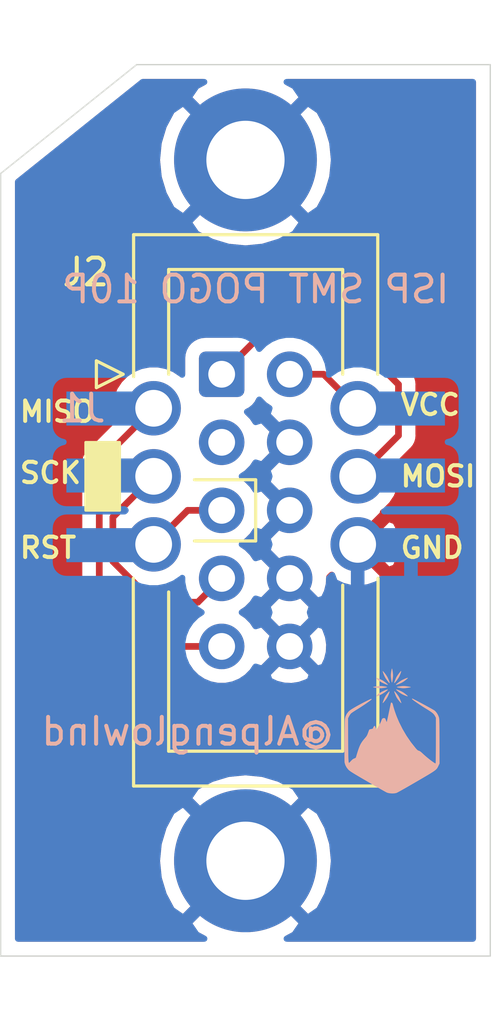
<source format=kicad_pcb>
(kicad_pcb (version 20211014) (generator pcbnew)
  (layers (0 "F.Cu" signal) (31 "B.Cu" signal) (34 "B.Paste" user) (35 "F.Paste" user) (36 "B.SilkS" user "B.Silkscreen") (37 "F.SilkS" user "F.Silkscreen") (38 "B.Mask" user) (39 "F.Mask" user) (44 "Edge.Cuts" user))
  (net 0 "")
  (net 1 "/GND")
  (net 2 "/MOSI")
  (net 3 "/RST")
  (net 4 "/SCK")
  (net 5 "/MISO")
  (net 6 "/VCC")
  (net 7 "Net-(J2-Pad3)")
  (footprint "Alpenglow:CONN-ISP-Pogo" (layer "F.Cu") (at 137.16 81.915)
    (fp_text reference "J1" (at -6.477 -3.81) (layer "B.SilkS") (effects (justify mirror)))
    (fp_text value "AVR-ISP-6")
    (pad "1" smd rect locked (at -5.8 -3.8) (size 2.54 1.27) (layers "B.Cu" "B.Paste" "B.Mask") (net 5 "/MISO"))
    (pad "1" thru_hole circle locked (at -3.81 -3.81) (size 2.032 2.032) (drill 1.3716) (layers *.Cu *.Mask) (net 5 "/MISO"))
    (pad "2" thru_hole circle locked (at 3.81 -3.81) (size 2.032 2.032) (drill 1.3716) (layers *.Cu *.Mask) (net 6 "/VCC"))
    (pad "2" smd rect locked (at 5.8 -3.8) (size 2.54 1.27) (layers "B.Cu" "B.Paste" "B.Mask") (net 6 "/VCC"))
    (pad "3" smd rect locked (at -5.8 -1.3) (size 2.54 1.27) (layers "B.Cu" "B.Paste" "B.Mask") (net 4 "/SCK"))
    (pad "3" thru_hole circle locked (at -3.81 -1.27) (size 2.032 2.032) (drill 1.3716) (layers *.Cu *.Mask) (net 4 "/SCK"))
    (pad "4" thru_hole circle locked (at 3.81 -1.27) (size 2.032 2.032) (drill 1.3716) (layers *.Cu *.Mask) (net 2 "/MOSI"))
    (pad "4" smd rect locked (at 5.8 -1.3) (size 2.54 1.27) (layers "B.Cu" "B.Paste" "B.Mask") (net 2 "/MOSI"))
    (pad "5" smd rect locked (at -5.8 1.3) (size 2.54 1.27) (layers "B.Cu" "B.Paste" "B.Mask") (net 3 "/RST"))
    (pad "5" thru_hole circle locked (at -3.81 1.27) (size 2.032 2.032) (drill 1.3716) (layers *.Cu *.Mask) (net 3 "/RST"))
    (pad "6" thru_hole circle locked (at 3.81 1.27) (size 2.032 2.032) (drill 1.3716) (layers *.Cu *.Mask) (net 1 "/GND"))
    (pad "6" smd rect locked (at 5.8 1.3) (size 2.54 1.27) (layers "B.Cu" "B.Paste" "B.Mask") (net 1 "/GND"))
  )
  (footprint "Connector_IDC:IDC-Header_2x05_P2.54mm_Vertical" (layer "F.Cu") (at 135.89 76.835)
    (fp_text reference "J2" (at -5.08 -3.81) (layer "F.SilkS"))
    (fp_text value "AVR-ISP-10")
    (fp_line (start -3.29 15.37) (end -3.302 7.62) (layer "F.SilkS") (width 0.12))
    (fp_line (start -3.29 -5.21) (end -3.2893 0.0889) (layer "F.SilkS") (width 0.12))
    (fp_line (start 5.83 15.37) (end -3.29 15.37) (layer "F.SilkS") (width 0.12))
    (fp_line (start -3.68 0) (end -4.68 -0.5) (layer "F.SilkS") (width 0.12))
    (fp_line (start 5.83 15.37) (end 5.842 7.62) (layer "F.SilkS") (width 0.12))
    (fp_line (start 1.27 6.223) (end -1.016 6.223) (layer "F.SilkS") (width 0.12))
    (fp_line (start 4.52 -3.91) (end 4.52 0) (layer "F.SilkS") (width 0.12))
    (fp_line (start -4.68 -0.5) (end -4.68 0.5) (layer "F.SilkS") (width 0.12))
    (fp_line (start 1.27 3.937) (end 1.27 6.223) (layer "F.SilkS") (width 0.12))
    (fp_line (start -4.68 0.5) (end -3.68 0) (layer "F.SilkS") (width 0.12))
    (fp_line (start -1.016 3.937) (end 1.27 3.937) (layer "F.SilkS") (width 0.12))
    (fp_line (start 4.52 14.07) (end -1.98 14.07) (layer "F.SilkS") (width 0.12))
    (fp_line (start -1.98 0) (end -1.98 -3.91) (layer "F.SilkS") (width 0.12))
    (fp_line (start -3.29 -5.21) (end 5.83 -5.21) (layer "F.SilkS") (width 0.12))
    (fp_line (start -1.98 14.07) (end -1.98 8.128) (layer "F.SilkS") (width 0.12))
    (fp_line (start 5.83 -5.21) (end 5.83 0) (layer "F.SilkS") (width 0.12))
    (fp_line (start -1.98 -3.91) (end 4.52 -3.91) (layer "F.SilkS") (width 0.12))
    (fp_line (start 4.52 14.07) (end 4.5212 7.874) (layer "F.SilkS") (width 0.12))
    (pad "1" thru_hole roundrect locked (at 0 0) (size 1.7 1.7) (drill 1) (layers *.Cu *.Mask) (roundrect_rratio 0.1470588235) (net 2 "/MOSI"))
    (pad "2" thru_hole circle locked (at 2.54 0) (size 1.7 1.7) (drill 1) (layers *.Cu *.Mask) (net 6 "/VCC"))
    (pad "3" thru_hole circle locked (at 0 2.54) (size 1.7 1.7) (drill 1) (layers *.Cu *.Mask) (net 7 "Net-(J2-Pad3)"))
    (pad "4" thru_hole circle locked (at 2.54 2.54) (size 1.7 1.7) (drill 1) (layers *.Cu *.Mask) (net 1 "/GND"))
    (pad "5" thru_hole circle locked (at 0 5.08) (size 1.7 1.7) (drill 1) (layers *.Cu *.Mask) (net 3 "/RST"))
    (pad "6" thru_hole circle locked (at 2.54 5.08) (size 1.7 1.7) (drill 1) (layers *.Cu *.Mask) (net 1 "/GND"))
    (pad "7" thru_hole circle locked (at 0 7.62) (size 1.7 1.7) (drill 1) (layers *.Cu *.Mask) (net 4 "/SCK"))
    (pad "8" thru_hole circle locked (at 2.54 7.62) (size 1.7 1.7) (drill 1) (layers *.Cu *.Mask) (net 1 "/GND"))
    (pad "9" thru_hole circle locked (at 0 10.16) (size 1.7 1.7) (drill 1) (layers *.Cu *.Mask) (net 5 "/MISO"))
    (pad "10" thru_hole circle locked (at 2.54 10.16) (size 1.7 1.7) (drill 1) (layers *.Cu *.Mask) (net 1 "/GND"))
  )
  (footprint "Alpenglow:MNTG-HOLE-440" (layer "F.Cu") (at 136.779 93.726)
    (fp_text reference "H1" hide)
    (fp_text value "MountingHole")
    (pad "1" thru_hole circle locked (at 0 1.27) (size 5.334 5.334) (drill 2.921) (layers *.Cu *.Mask) (net 1 "/GND"))
  )
  (footprint "Alpenglow:MNTG-HOLE-440" (layer "F.Cu") (at 136.779 67.564)
    (fp_text reference "H2" hide)
    (fp_text value "MountingHole")
    (pad "1" thru_hole circle locked (at 0 1.27) (size 5.334 5.334) (drill 2.921) (layers *.Cu *.Mask) (net 1 "/GND"))
  )
  (footprint "Alpenglow:AlpenglowLogo5mm" (layer "B.Cu") (at 142.24 90.17 180)
    (fp_text reference "G***" hide)
    (fp_text value "LOGO" hide)
    (fp_poly (pts (xy -0.590469 1.997716) (xy -0.563606 1.989848) (xy -0.524002 1.97561) (xy -0.481031 1.958528) (xy -0.390959 1.91649) (xy -0.311004 1.867554) (xy -0.261667 1.831103) (xy -0.210768 1.791028) (xy -0.178033 1.763724) (xy -0.164013 1.748497) (xy -0.169259 1.744653) (xy -0.194322 1.751495) (xy -0.239753 1.76833) (xy -0.294409 1.789824) (xy -0.370593 1.823408) (xy -0.435665 1.860777) (xy -0.501406 1.908746) (xy -0.505113 1.911698) (xy -0.544318 1.943914) (xy -0.575688 1.971393) (xy -0.595443 1.990717) (xy -0.600363 1.997821) (xy -0.590469 1.997716)) (layer "B.SilkS") (width 0.01) (fill solid))
    (fp_poly (pts (xy 0.328356 2.236121) (xy 0.319443 2.207082) (xy 0.304916 2.165833) (xy 0.289827 2.125998) (xy 0.258429 2.05286) (xy 0.224263 1.991071) (xy 0.180777 1.929201) (xy 0.166424 1.910794) (xy 0.134565 1.871017) (xy 0.108263 1.838981) (xy 0.0906 1.818388) (xy 0.084728 1.812637) (xy 0.081459 1.821837) (xy 0.081404 1.827069) (xy 0.08578 1.843425) (xy 0.097079 1.875727) (xy 0.113362 1.918599) (xy 0.124964 1.947769) (xy 0.165396 2.033512) (xy 0.216739 2.114463) (xy 0.246385 2.153845) (xy 0.278341 2.193482) (xy 0.305026 2.224666) (xy 0.323374 2.243936) (xy 0.330137 2.248349) (xy 0.328356 2.236121)) (layer "B.SilkS") (width 0.01) (fill solid))
    (fp_poly (pts (xy -0.342976 2.249451) (xy -0.331812 2.236851) (xy -0.318574 2.219703) (xy -0.295283 2.189581) (xy -0.266024 2.151769) (xy -0.252063 2.133735) (xy -0.219026 2.087691) (xy -0.188867 2.039768) (xy -0.16682 1.998454) (xy -0.162585 1.988655) (xy -0.143564 1.940738) (xy -0.123339 1.889798) (xy -0.115623 1.870364) (xy -0.104491 1.838603) (xy -0.099979 1.817636) (xy -0.101612 1.812637) (xy -0.111837 1.821229) (xy -0.132809 1.844543) (xy -0.161342 1.878888) (xy -0.190147 1.915265) (xy -0.23981 1.984084) (xy -0.277721 2.049261) (xy -0.310104 2.121653) (xy -0.313736 2.130884) (xy -0.335792 2.190368) (xy -0.348052 2.23016) (xy -0.350464 2.249956) (xy -0.342976 2.249451)) (layer "B.SilkS") (width 0.01) (fill solid))
    (fp_poly (pts (xy -0.17427 1.559207) (xy -0.193715 1.540127) (xy -0.225043 1.512884) (xy -0.260755 1.483814) (xy -0.333323 1.430777) (xy -0.403315 1.390184) (xy -0.470584 1.360003) (xy -0.517685 1.341594) (xy -0.55737 1.327095) (xy -0.584412 1.318359) (xy -0.592806 1.316652) (xy -0.592992 1.323418) (xy -0.578579 1.340127) (xy -0.565727 1.351888) (xy -0.496545 1.408746) (xy -0.435161 1.452487) (xy -0.374459 1.487623) (xy -0.30732 1.518665) (xy -0.29378 1.524257) (xy -0.246147 1.542973) (xy -0.206296 1.557392) (xy -0.179112 1.565819) (xy -0.169924 1.567172) (xy -0.17427 1.559207)) (layer "B.SilkS") (width 0.01) (fill solid))
    (fp_poly (pts (xy 0.573448 1.990861) (xy 0.556751 1.973177) (xy 0.527365 1.947048) (xy 0.490092 1.916726) (xy 0.451117 1.886883) (xy 0.415949 1.862323) (xy 0.380166 1.840735) (xy 0.339341 1.819806) (xy 0.289053 1.797225) (xy 0.224875 1.77068) (xy 0.164523 1.746604) (xy 0.151514 1.747094) (xy 0.150116 1.750788) (xy 0.15865 1.761623) (xy 0.181684 1.78309) (xy 0.215393 1.811769) (xy 0.244494 1.835252) (xy 0.328488 1.894444) (xy 0.416026 1.940242) (xy 0.447617 1.953593) (xy 0.495354 1.972112) (xy 0.536362 1.98675) (xy 0.565127 1.995607) (xy 0.574588 1.997364) (xy 0.573448 1.990861)) (layer "B.SilkS") (width 0.01) (fill solid))
    (fp_poly (pts (xy 0.188216 1.55515) (xy 0.237269 1.53739) (xy 0.278933 1.520642) (xy 0.356287 1.485516) (xy 0.421713 1.44774) (xy 0.486075 1.400931) (xy 0.495417 1.393457) (xy 0.534853 1.36025) (xy 0.561152 1.335205) (xy 0.572328 1.32036) (xy 0.569768 1.317138) (xy 0.550321 1.321825) (xy 0.51546 1.333651) (xy 0.470958 1.350572) (xy 0.442484 1.362133) (xy 0.350407 1.408224) (xy 0.254468 1.470477) (xy 0.161367 1.544521) (xy 0.156634 1.548696) (xy 0.147293 1.560942) (xy 0.158022 1.563047) (xy 0.188216 1.55515)) (layer "B.SilkS") (width 0.01) (fill solid))
    (fp_poly (pts (xy 0.474864 1.691785) (xy 0.532289 1.684923) (xy 0.559268 1.680985) (xy 0.610399 1.67302) (xy 0.652328 1.665963) (xy 0.680266 1.660654) (xy 0.689433 1.658143) (xy 0.681098 1.654651) (xy 0.654965 1.649219) (xy 0.616174 1.642594) (xy 0.569862 1.635518) (xy 0.521167 1.628737) (xy 0.475226 1.622994) (xy 0.437179 1.619033) (xy 0.412162 1.617599) (xy 0.409864 1.617648) (xy 0.378296 1.620293) (xy 0.336069 1.625478) (xy 0.311728 1.629052) (xy 0.251772 1.638599) (xy 0.211717 1.645492) (xy 0.188636 1.650552) (xy 0.179602 1.654601) (xy 0.181688 1.658462) (xy 0.19156 1.662801) (xy 0.213363 1.668288) (xy 0.251523 1.67528) (xy 0.29946 1.682628) (xy 0.324333 1.685985) (xy 0.380109 1.69212) (xy 0.427212 1.694119) (xy 0.474864 1.691785)) (layer "B.SilkS") (width 0.01) (fill solid))
    (fp_poly (pts (xy 0.091591 1.487704) (xy 0.110746 1.46863) (xy 0.137993 1.43759) (xy 0.166461 1.402706) (xy 0.213053 1.339964) (xy 0.248395 1.281544) (xy 0.278695 1.216653) (xy 0.2907 1.18671) (xy 0.308572 1.139139) (xy 0.322155 1.100088) (xy 0.329917 1.074163) (xy 0.330896 1.065957) (xy 0.322317 1.072495) (xy 0.302648 1.093862) (xy 0.274917 1.126616) (xy 0.245793 1.162703) (xy 0.194829 1.232106) (xy 0.1561 1.297796) (xy 0.123528 1.370124) (xy 0.122633 1.372378) (xy 0.104918 1.419021) (xy 0.091555 1.457929) (xy 0.084222 1.483981) (xy 0.083497 1.491628) (xy 0.091591 1.487704)) (layer "B.SilkS") (width 0.01) (fill solid))
    (fp_poly (pts (xy -0.386968 1.691227) (xy -0.34312 1.685819) (xy -0.293485 1.67844) (xy -0.250552 1.67098) (xy -0.220939 1.664632) (xy -0.213722 1.662457) (xy -0.201736 1.656112) (xy -0.208367 1.651295) (xy -0.230909 1.646718) (xy -0.265347 1.640839) (xy -0.310356 1.633142) (xy -0.339825 1.628098) (xy -0.386309 1.621282) (xy -0.42839 1.618409) (xy -0.472855 1.619667) (xy -0.526487 1.62524) (xy -0.594591 1.635086) (xy -0.641844 1.642625) (xy -0.680651 1.649221) (xy -0.705167 1.653861) (xy -0.710045 1.655064) (xy -0.70398 1.658149) (xy -0.679001 1.663724) (xy -0.639055 1.671011) (xy -0.588087 1.679232) (xy -0.585444 1.679635) (xy -0.521749 1.688659) (xy -0.472751 1.693464) (xy -0.430479 1.694252) (xy -0.386968 1.691227)) (layer "B.SilkS") (width 0.01) (fill solid))
    (fp_poly (pts (xy -0.10048 1.491732) (xy -0.106348 1.468695) (xy -0.115212 1.444225) (xy -0.13407 1.396692) (xy -0.154626 1.344832) (xy -0.162544 1.324841) (xy -0.193021 1.264227) (xy -0.240302 1.194755) (xy -0.305586 1.114693) (xy -0.316275 1.102489) (xy -0.338742 1.078527) (xy -0.35372 1.0654) (xy -0.357428 1.064837) (xy -0.353587 1.078395) (xy -0.342815 1.108582) (xy -0.326866 1.150633) (xy -0.311462 1.189847) (xy -0.278651 1.264408) (xy -0.242882 1.327379) (xy -0.19764 1.389986) (xy -0.189034 1.400784) (xy -0.156619 1.440205) (xy -0.128929 1.472342) (xy -0.109466 1.49322) (xy -0.102466 1.499066) (xy -0.10048 1.491732)) (layer "B.SilkS") (width 0.01) (fill solid))
    (fp_poly (pts (xy -0.762353 1.215877) (xy -0.76235 1.21516) (xy -0.771876 1.203851) (xy -0.798237 1.182012) (xy -0.838767 1.151482) (xy -0.890803 1.114099) (xy -0.951678 1.071699) (xy -1.018729 1.026122) (xy -1.089289 0.979204) (xy -1.160695 0.932784) (xy -1.23028 0.8887) (xy -1.281171 0.857365) (xy -1.369246 0.803161) (xy -1.439623 0.757742) (xy -1.494933 0.718947) (xy -1.537809 0.684613) (xy -1.570884 0.652577) (xy -1.59679 0.620678) (xy -1.618158 0.586752) (xy -1.624244 0.575539) (xy -1.656772 0.513773) (xy -1.656058 -0.311727) (xy -1.655825 -0.448528) (xy -1.65538 -0.579148) (xy -1.654744 -0.701661) (xy -1.653937 -0.814142) (xy -1.652979 -0.914664) (xy -1.651892 -1.001302) (xy -1.650694 -1.072131) (xy -1.649408 -1.125225) (xy -1.648052 -1.158658) (xy -1.646958 -1.169857) (xy -1.638572 -1.202487) (xy -1.595718 -1.177232) (xy -1.547411 -1.145959) (xy -1.486817 -1.10245) (xy -1.418464 -1.050294) (xy -1.346881 -0.993079) (xy -1.276596 -0.934394) (xy -1.212138 -0.877827) (xy -1.177636 -0.845916) (xy -1.124889 -0.796957) (xy -1.084681 -0.76248) (xy -1.053799 -0.740085) (xy -1.029031 -0.727367) (xy -1.012988 -0.72282) (xy -0.989364 -0.715699) (xy -0.966087 -0.701395) (xy -0.938804 -0.676378) (xy -0.903161 -0.637114) (xy -0.893406 -0.625794) (xy -0.716148 -0.402588) (xy -0.55203 -0.163106) (xy -0.403614 0.088404) (xy -0.273461 0.347695) (xy -0.192478 0.536864) (xy -0.161876 0.616967) (xy -0.131347 0.702325) (xy -0.102524 0.787891) (xy -0.077039 0.86862) (xy -0.056525 0.939468) (xy -0.042613 0.995389) (xy -0.040114 1.007741) (xy -0.029451 1.039705) (xy -0.013261 1.063876) (xy 0.004225 1.076451) (xy 0.018777 1.073626) (xy 0.023681 1.065104) (xy 0.027669 1.049114) (xy 0.035696 1.013424) (xy 0.047133 0.960948) (xy 0.061353 0.894601) (xy 0.07773 0.817297) (xy 0.095635 0.731951) (xy 0.104248 0.690624) (xy 0.122499 0.603909) (xy 0.139499 0.525125) (xy 0.154639 0.45694) (xy 0.167311 0.402022) (xy 0.176905 0.363036) (xy 0.182813 0.342651) (xy 0.18421 0.340276) (xy 0.191085 0.352262) (xy 0.203221 0.380101) (xy 0.218068 0.41792) (xy 0.218965 0.420312) (xy 0.235125 0.460794) (xy 0.24802 0.483853) (xy 0.261179 0.494133) (xy 0.276692 0.496297) (xy 0.310384 0.494303) (xy 0.334207 0.486026) (xy 0.352319 0.467377) (xy 0.368879 0.434268) (xy 0.385783 0.389038) (xy 0.399993 0.354853) (xy 0.421347 0.31082) (xy 0.447472 0.261062) (xy 0.475993 0.209706) (xy 0.504539 0.160875) (xy 0.530737 0.118694) (xy 0.552212 0.087288) (xy 0.566593 0.070782) (xy 0.569751 0.069273) (xy 0.575874 0.07918) (xy 0.58725 0.105058) (xy 0.600364 0.138546) (xy 0.614892 0.174191) (xy 0.627372 0.199194) (xy 0.634619 0.207819) (xy 0.65094 0.19814) (xy 0.669773 0.173891) (xy 0.685887 0.142257) (xy 0.689289 0.132773) (xy 0.698404 0.112105) (xy 0.713409 0.099875) (xy 0.741086 0.09198) (xy 0.762955 0.08819) (xy 0.799202 0.080408) (xy 0.825539 0.071033) (xy 0.83378 0.065099) (xy 0.840966 0.049069) (xy 0.853569 0.016624) (xy 0.869523 -0.026807) (xy 0.879962 -0.056218) (xy 0.901688 -0.113766) (xy 0.923244 -0.157932) (xy 0.949903 -0.197773) (xy 0.986933 -0.24235) (xy 0.99079 -0.246718) (xy 1.038987 -0.302546) (xy 1.080471 -0.354551) (xy 1.116621 -0.405666) (xy 1.148813 -0.458825) (xy 1.178423 -0.516958) (xy 1.206828 -0.583) (xy 1.235406 -0.659883) (xy 1.265533 -0.750538) (xy 1.298586 -0.857899) (xy 1.333643 -0.97698) (xy 1.345826 -0.987838) (xy 1.373085 -1.001845) (xy 1.396012 -1.010993) (xy 1.435024 -1.029076) (xy 1.47154 -1.05616) (xy 1.512195 -1.097311) (xy 1.518921 -1.104852) (xy 1.549427 -1.138127) (xy 1.574724 -1.163412) (xy 1.590643 -1.176621) (xy 1.5932 -1.177636) (xy 1.599429 -1.174005) (xy 1.604899 -1.162215) (xy 1.609665 -1.14092) (xy 1.613783 -1.108774) (xy 1.617307 -1.064432) (xy 1.620294 -1.006546) (xy 1.6228 -0.933771) (xy 1.624879 -0.844761) (xy 1.626587 -0.73817) (xy 1.627981 -0.612652) (xy 1.629114 -0.466861) (xy 1.630043 -0.299451) (xy 1.630122 -0.282696) (xy 1.633682 0.491017) (xy 1.596836 0.565895) (xy 1.572259 0.609838) (xy 1.544508 0.650573) (xy 1.52179 0.676976) (xy 1.500536 0.693793) (xy 1.463025 0.72005) (xy 1.412844 0.753379) (xy 1.35358 0.79141) (xy 1.288818 0.831774) (xy 1.27 0.843287) (xy 1.204553 0.883947) (xy 1.134987 0.928551) (xy 1.063978 0.975242) (xy 0.994201 1.02216) (xy 0.928334 1.06745) (xy 0.86905 1.109252) (xy 0.819027 1.14571) (xy 0.78094 1.174965) (xy 0.757465 1.19516) (xy 0.750998 1.203614) (xy 0.759242 1.212036) (xy 0.761879 1.212273) (xy 0.779926 1.206969) (xy 0.815226 1.192061) (xy 0.864793 1.169058) (xy 0.925639 1.139468) (xy 0.994775 1.104798) (xy 1.069215 1.066556) (xy 1.14597 1.02625) (xy 1.222053 0.985389) (xy 1.294476 0.94548) (xy 1.328368 0.926361) (xy 1.411967 0.87807) (xy 1.477868 0.83825) (xy 1.52898 0.804954) (xy 1.568212 0.776237) (xy 1.598473 0.750152) (xy 1.611965 0.736627) (xy 1.67681 0.651792) (xy 1.721 0.556736) (xy 1.742373 0.466098) (xy 1.744654 0.438758) (xy 1.746838 0.391273) (xy 1.748909 0.326053) (xy 1.75085 0.245507) (xy 1.752645 0.152046) (xy 1.754278 0.048081) (xy 1.755732 -0.06398) (xy 1.756991 -0.181725) (xy 1.758039 -0.302744) (xy 1.758859 -0.424628) (xy 1.759435 -0.544967) (xy 1.759751 -0.661349) (xy 1.75979 -0.771366) (xy 1.759535 -0.872606) (xy 1.758971 -0.96266) (xy 1.758081 -1.039118) (xy 1.756849 -1.099569) (xy 1.755258 -1.141604) (xy 1.753425 -1.162149) (xy 1.725939 -1.25285) (xy 1.679592 -1.340683) (xy 1.618235 -1.418594) (xy 1.607611 -1.429345) (xy 1.590505 -1.444874) (xy 1.56834 -1.46253) (xy 1.539611 -1.483242) (xy 1.502812 -1.507939) (xy 1.456439 -1.53755) (xy 1.398988 -1.573002) (xy 1.328953 -1.615226) (xy 1.244831 -1.66515) (xy 1.145115 -1.723702) (xy 1.028302 -1.791812) (xy 0.895361 -1.868975) (xy 0.781701 -1.934724) (xy 0.672426 -1.997716) (xy 0.569426 -2.056873) (xy 0.474591 -2.111122) (xy 0.389811 -2.159387) (xy 0.316976 -2.200592) (xy 0.257976 -2.233662) (xy 0.214702 -2.257522) (xy 0.189043 -2.271096) (xy 0.185737 -2.272694) (xy 0.12697 -2.291964) (xy 0.054348 -2.304043) (xy -0.023928 -2.308568) (xy -0.099655 -2.305178) (xy -0.164631 -2.293509) (xy -0.179463 -2.288822) (xy -0.200605 -2.279068) (xy -0.239549 -2.258818) (xy -0.294174 -2.229253) (xy -0.362363 -2.191558) (xy -0.441997 -2.146914) (xy -0.530957 -2.096504) (xy -0.627125 -2.041512) (xy -0.728382 -1.983119) (xy -0.762508 -1.963331) (xy -0.917141 -1.873557) (xy -1.05314 -1.794533) (xy -1.171806 -1.725355) (xy -1.274438 -1.665118) (xy -1.362337 -1.612917) (xy -1.436802 -1.567849) (xy -1.499134 -1.529007) (xy -1.550633 -1.495488) (xy -1.592599 -1.466387) (xy -1.626332 -1.440799) (xy -1.653132 -1.41782) (xy -1.6743 -1.396545) (xy -1.691134 -1.376069) (xy -1.704936 -1.355489) (xy -1.717005 -1.333899) (xy -1.728642 -1.310394) (xy -1.741147 -1.28407) (xy -1.742353 -1.281545) (xy -1.783772 -1.194954) (xy -1.782298 -0.369454) (xy -1.781976 -0.210036) (xy -1.781593 -0.071995) (xy -1.781105 0.046381) (xy -1.780472 0.146806) (xy -1.779652 0.230994) (xy -1.778602 0.300658) (xy -1.77728 0.357511) (xy -1.775645 0.403266) (xy -1.773654 0.439637) (xy -1.771266 0.468336) (xy -1.768439 0.491079) (xy -1.76513 0.509577) (xy -1.761298 0.525544) (xy -1.760292 0.529202) (xy -1.729842 0.60811) (xy -1.685465 0.68427) (xy -1.632307 0.749584) (xy -1.603529 0.776061) (xy -1.585089 0.788332) (xy -1.549733 0.809365) (xy -1.500141 0.837716) (xy -1.438995 0.871942) (xy -1.368976 0.910602) (xy -1.292766 0.952253) (xy -1.213047 0.995452) (xy -1.132499 1.038756) (xy -1.053805 1.080724) (xy -0.979646 1.119912) (xy -0.912703 1.154878) (xy -0.855657 1.18418) (xy -0.811191 1.206375) (xy -0.781986 1.22002) (xy -0.771215 1.223819) (xy -0.762353 1.215877)) (layer "B.SilkS") (width 0.01) (fill solid))
    (fp_poly (pts (xy -0.007022 2.33306) (xy -0.000334 2.304141) (xy 0.007579 2.261592) (xy 0.014536 2.218251) (xy 0.022919 2.158027) (xy 0.027059 2.111612) (xy 0.027035 2.07013) (xy 0.022924 2.024704) (xy 0.016613 1.978682) (xy 0.007502 1.91712) (xy 0.000981 1.875334) (xy -0.003695 1.850254) (xy -0.00727 1.838808) (xy -0.010491 1.837925) (xy -0.014102 1.844532) (xy -0.01527 1.847273) (xy -0.019818 1.865668) (xy -0.026131 1.901107) (xy -0.033219 1.947712) (xy -0.037513 1.979208) (xy -0.044258 2.039284) (xy -0.046636 2.089596) (xy -0.044567 2.140104) (xy -0.037973 2.200772) (xy -0.035597 2.218777) (xy -0.028177 2.269194) (xy -0.021017 2.309871) (xy -0.015012 2.336161) (xy -0.011526 2.343728) (xy -0.007022 2.33306)) (layer "B.SilkS") (width 0.01) (fill solid))
  )
  (gr_poly (pts (xy 132.08 81.915) (xy 130.81 81.915) (xy 130.81 79.375) (xy 132.08 79.375)) (layer "F.SilkS") (width 0.1) (fill solid))
  (gr_line (start 127.635 98.552) (end 127.635 69.342) (layer "Edge.Cuts") (width 0.05))
  (gr_line (start 132.715 65.278) (end 127.635 69.342) (layer "Edge.Cuts") (width 0.05))
  (gr_line (start 132.715 65.278) (end 145.923 65.278) (layer "Edge.Cuts") (width 0.05))
  (gr_line (start 145.923 98.552) (end 127.635 98.552) (layer "Edge.Cuts") (width 0.05))
  (gr_line (start 145.923 65.278) (end 145.923 98.552) (layer "Edge.Cuts") (width 0.05))
  (gr_text "ISP SMT POGO 10P" (at 137.16 73.66) (layer "B.SilkS") (effects (font (size 1 0.9906)) (justify mirror)))
  (gr_text "@AlpenglowInd" (at 134.62 90.17) (layer "B.SilkS") (effects (font (size 1 0.9906)) (justify mirror)))
  (gr_text "VCC" (at 142.494 77.978) (layer "F.SilkS") (effects (font (size 0.762 0.762)) (justify left)))
  (gr_text "MOSI" (at 142.494 80.645) (layer "F.SilkS") (effects (font (size 0.762 0.762)) (justify left)))
  (gr_text "GND" (at 142.494 83.312) (layer "F.SilkS") (effects (font (size 0.762 0.762)) (justify left)))
  (gr_text "MISO" (at 128.27 78.232) (layer "F.SilkS") (effects (font (size 0.762 0.762)) (justify left)))
  (gr_text "RST" (at 128.27 83.312) (layer "F.SilkS") (effects (font (size 0.762 0.762)) (justify left)))
  (gr_text "SCK" (at 128.27 80.518) (layer "F.SilkS") (effects (font (size 0.762 0.762)) (justify left)))
  (segment (start 140.97 83.185) (end 140.97 85.09) (width 0.508) (layer "B.Cu") (net 1))
  (segment (start 142.93 83.185) (end 142.96 83.215) (width 0.508) (layer "B.Cu") (net 1))
  (segment (start 140.97 83.185) (end 142.93 83.185) (width 0.508) (layer "B.Cu") (net 1))
  (segment (start 142.96 83.215) (end 142.96 84.667) (width 0.508) (layer "B.Cu") (net 1))
  (segment (start 142.494 79.121) (end 140.97 80.645) (width 0.25) (layer "F.Cu") (net 2))
  (segment (start 137.541 75.184) (end 140.462 75.184) (width 0.25) (layer "F.Cu") (net 2))
  (segment (start 142.494 77.216) (end 142.494 79.121) (width 0.25) (layer "F.Cu") (net 2))
  (segment (start 135.89 76.835) (end 137.541 75.184) (width 0.25) (layer "F.Cu") (net 2))
  (segment (start 140.462 75.184) (end 142.494 77.216) (width 0.25) (layer "F.Cu") (net 2))
  (segment (start 142.96 80.615) (end 141 80.615) (width 0.25) (layer "B.Cu") (net 2))
  (segment (start 141 80.615) (end 140.97 80.645) (width 0.25) (layer "B.Cu") (net 2))
  (segment (start 133.35 83.185) (end 134.62 81.915) (width 0.25) (layer "F.Cu") (net 3))
  (segment (start 134.62 81.915) (end 135.89 81.915) (width 0.25) (layer "F.Cu") (net 3))
  (segment (start 133.32 83.215) (end 133.35 83.185) (width 0.25) (layer "B.Cu") (net 3))
  (segment (start 131.36 83.215) (end 133.32 83.215) (width 0.25) (layer "B.Cu") (net 3))
  (segment (start 131.826 82.169) (end 131.826 83.82) (width 0.25) (layer "F.Cu") (net 4))
  (segment (start 135.001 85.344) (end 135.89 84.455) (width 0.25) (layer "F.Cu") (net 4))
  (segment (start 133.35 85.344) (end 135.001 85.344) (width 0.25) (layer "F.Cu") (net 4))
  (segment (start 133.35 80.645) (end 131.826 82.169) (width 0.25) (layer "F.Cu") (net 4))
  (segment (start 131.826 83.82) (end 133.35 85.344) (width 0.25) (layer "F.Cu") (net 4))
  (segment (start 133.32 80.615) (end 133.35 80.645) (width 0.25) (layer "B.Cu") (net 4))
  (segment (start 131.36 80.615) (end 133.32 80.615) (width 0.25) (layer "B.Cu") (net 4))
  (segment (start 131.318 80.137) (end 131.318 84.836) (width 0.25) (layer "F.Cu") (net 5))
  (segment (start 131.318 84.836) (end 133.477 86.995) (width 0.25) (layer "F.Cu") (net 5))
  (segment (start 133.477 86.995) (end 135.89 86.995) (width 0.25) (layer "F.Cu") (net 5))
  (segment (start 133.35 78.105) (end 131.318 80.137) (width 0.25) (layer "F.Cu") (net 5))
  (segment (start 133.34 78.115) (end 133.35 78.105) (width 0.25) (layer "B.Cu") (net 5))
  (segment (start 131.36 78.115) (end 133.34 78.115) (width 0.25) (layer "B.Cu") (net 5))
  (segment (start 139.7 76.835) (end 140.97 78.105) (width 0.25) (layer "F.Cu") (net 6))
  (segment (start 138.43 76.835) (end 139.7 76.835) (width 0.25) (layer "F.Cu") (net 6))
  (segment (start 140.98 78.115) (end 140.97 78.105) (width 0.25) (layer "B.Cu") (net 6))
  (segment (start 142.96 78.115) (end 140.98 78.115) (width 0.25) (layer "B.Cu") (net 6))
  (zone (net 1) (net_name "/GND") (layer "F.Cu") (connect_pads (clearance 0.508)) (min_thickness 0.254) (fill yes (thermal_gap 0.508) (thermal_bridge_width 0.508))
    (polygon (pts (xy 146.05 101.092) (xy 127.635 100.965) (xy 127.635 62.865) (xy 146.05 62.992)))
  )
  (zone (net 1) (net_name "/GND") (layer "B.Cu") (connect_pads (clearance 0.508)) (min_thickness 0.2286) (fill yes (thermal_gap 0.508) (thermal_bridge_width 0.508))
    (polygon (pts (xy 146.05 100.965) (xy 127.635 100.965) (xy 127.635 62.865) (xy 146.05 62.865)))
  )
)
</source>
